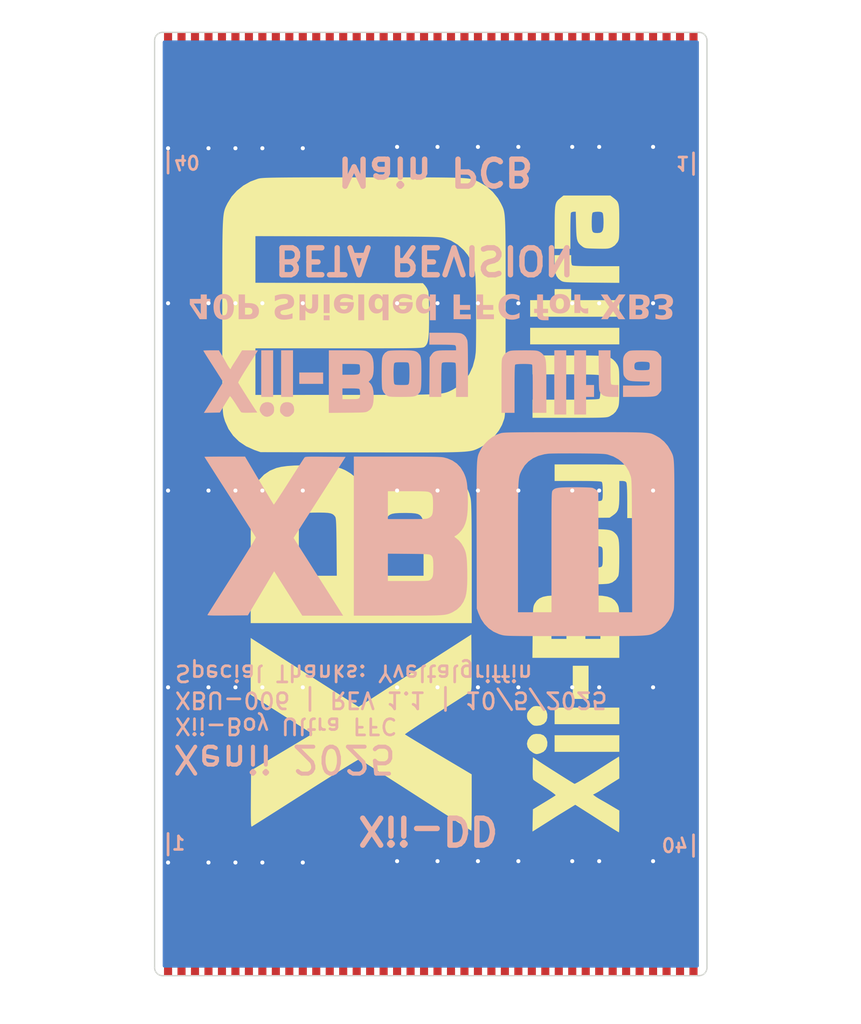
<source format=kicad_pcb>
(kicad_pcb (version 20241229) (generator "pcbnew") (generator_version "9.0")
  (layers (0 "F.Cu" signal) (2 "B.Cu" signal) (13 "F.Paste" user) (15 "B.Paste" user) (5 "F.SilkS" user "F.Silkscreen") (7 "B.SilkS" user "B.Silkscreen") (1 "F.Mask" user) (3 "B.Mask" user) (25 "Edge.Cuts" user))
  (net 0 "")
  (net 1 "Net-(J1-Pin_29)")
  (net 2 "GND")
  (net 3 "Net-(J1-Pin_22)")
  (net 4 "Net-(J1-Pin_19)")
  (net 5 "Net-(J1-Pin_10)")
  (net 6 "Net-(J1-Pin_39)")
  (net 7 "Net-(J1-Pin_7)")
  (net 8 "Net-(J1-Pin_23)")
  (net 9 "Net-(J1-Pin_2)")
  (net 10 "Net-(J1-Pin_32)")
  (net 11 "Net-(J1-Pin_28)")
  (net 12 "Net-(J1-Pin_16)")
  (net 13 "Net-(J1-Pin_40)")
  (net 14 "Net-(J1-Pin_34)")
  (net 15 "Net-(J1-Pin_20)")
  (net 16 "Net-(J1-Pin_38)")
  (net 17 "Net-(J1-Pin_3)")
  (net 18 "Net-(J1-Pin_26)")
  (net 19 "Net-(J1-Pin_30)")
  (net 20 "Net-(J1-Pin_35)")
  (net 21 "Net-(J1-Pin_12)")
  (net 22 "Net-(J1-Pin_25)")
  (net 23 "Net-(J1-Pin_9)")
  (net 24 "Net-(J1-Pin_36)")
  (net 25 "Net-(J1-Pin_13)")
  (net 26 "Net-(J1-Pin_15)")
  (net 27 "Net-(J1-Pin_14)")
  (net 28 "Net-(J1-Pin_5)")
  (net 29 "Net-(J1-Pin_17)")
  (footprint "LOGO" (layer "F.Cu") (at 149.665522 84.885825 90)
    (property "Reference" "G***" (hide yes))
    (property "Value" "LOGO" (hide yes))
  )
  (footprint "Male-FFC:XF-FFC-40p" (layer "F.Cu") (at 139.707 100.446 180)
    (property "Reference" "J1" (hide yes))
    (property "Value" "Conn_01x40_Pin")
    (pad "1" smd custom (at 0.007 -0.004 90) (size 4 0.3) (layers "F.Cu") (net 2 "GND") (options (clearance outline) (anchor rect)) (primitives (gr_poly (pts (xy 2.142 -0.123) (xy 2.272 -0.083) (xy 2.272 0.087) (xy 2.142 0.127) (xy 1.998 0.15) (xy -2.002 0.15) (xy -2.002 -0.15) (xy 1.998 -0.15)) (width 0) (fill yes))))
    (pad "2" smd custom (at -0.493 -0.004 90) (size 4 0.3) (layers "F.Cu") (net 9 "Net-(J1-Pin_2)") (options (clearance outline) (anchor rect)) (primitives (gr_poly (pts (xy 2.142 -0.123) (xy 2.272 -0.083) (xy 2.272 0.087) (xy 2.142 0.127) (xy 1.998 0.15) (xy -2.002 0.15) (xy -2.002 -0.15) (xy 1.998 -0.15)) (width 0) (fill yes))))
    (pad "3" smd custom (at -0.993 -0.004 90) (size 4 0.3) (layers "F.Cu") (net 17 "Net-(J1-Pin_3)") (options (clearance outline) (anchor rect)) (primitives (gr_poly (pts (xy 2.142 -0.123) (xy 2.272 -0.083) (xy 2.272 0.087) (xy 2.142 0.127) (xy 1.998 0.15) (xy -2.002 0.15) (xy -2.002 -0.15) (xy 1.998 -0.15)) (width 0) (fill yes))))
    (pad "4" smd custom (at -1.493 -0.004 90) (size 4 0.3) (layers "F.Cu") (net 2 "GND") (options (clearance outline) (anchor rect)) (primitives (gr_poly (pts (xy 2.142 -0.123) (xy 2.272 -0.083) (xy 2.272 0.087) (xy 2.142 0.127) (xy 1.998 0.15) (xy -2.002 0.15) (xy -2.002 -0.15) (xy 1.998 -0.15)) (width 0) (fill yes))))
    (pad "5" smd custom (at -1.993 -0.004 90) (size 4 0.3) (layers "F.Cu") (net 28 "Net-(J1-Pin_5)") (options (clearance outline) (anchor rect)) (primitives (gr_poly (pts (xy 2.142 -0.123) (xy 2.272 -0.083) (xy 2.272 0.087) (xy 2.142 0.127) (xy 1.998 0.15) (xy -2.002 0.15) (xy -2.002 -0.15) (xy 1.998 -0.15)) (width 0) (fill yes))))
    (pad "6" smd custom (at -2.493 -0.004 90) (size 4 0.3) (layers "F.Cu") (net 2 "GND") (options (clearance outline) (anchor rect)) (primitives (gr_poly (pts (xy 2.142 -0.123) (xy 2.272 -0.083) (xy 2.272 0.087) (xy 2.142 0.127) (xy 1.998 0.15) (xy -2.002 0.15) (xy -2.002 -0.15) (xy 1.998 -0.15)) (width 0) (fill yes))))
    (pad "7" smd custom (at -2.993 -0.004 90) (size 4 0.3) (layers "F.Cu") (net 7 "Net-(J1-Pin_7)") (options (clearance outline) (anchor rect)) (primitives (gr_poly (pts (xy 2.142 -0.123) (xy 2.272 -0.083) (xy 2.272 0.087) (xy 2.142 0.127) (xy 1.998 0.15) (xy -2.002 0.15) (xy -2.002 -0.15) (xy 1.998 -0.15)) (width 0) (fill yes))))
    (pad "8" smd custom (at -3.493 -0.004 90) (size 4 0.3) (layers "F.Cu") (net 2 "GND") (options (clearance outline) (anchor rect)) (primitives (gr_poly (pts (xy 2.142 -0.123) (xy 2.272 -0.083) (xy 2.272 0.087) (xy 2.142 0.127) (xy 1.998 0.15) (xy -2.002 0.15) (xy -2.002 -0.15) (xy 1.998 -0.15)) (width 0) (fill yes))))
    (pad "9" smd custom (at -3.993 -0.004 90) (size 4 0.3) (layers "F.Cu") (net 23 "Net-(J1-Pin_9)") (options (clearance outline) (anchor rect)) (primitives (gr_poly (pts (xy 2.142 -0.123) (xy 2.272 -0.083) (xy 2.272 0.087) (xy 2.142 0.127) (xy 1.998 0.15) (xy -2.002 0.15) (xy -2.002 -0.15) (xy 1.998 -0.15)) (width 0) (fill yes))))
    (pad "10" smd custom (at -4.493 -0.004 90) (size 4 0.3) (layers "F.Cu") (net 5 "Net-(J1-Pin_10)") (options (clearance outline) (anchor rect)) (primitives (gr_poly (pts (xy 2.142 -0.123) (xy 2.272 -0.083) (xy 2.272 0.087) (xy 2.142 0.127) (xy 1.998 0.15) (xy -2.002 0.15) (xy -2.002 -0.15) (xy 1.998 -0.15)) (width 0) (fill yes))))
    (pad "11" smd custom (at -4.993 -0.004 90) (size 4 0.3) (layers "F.Cu") (net 2 "GND") (options (clearance outline) (anchor rect)) (primitives (gr_poly (pts (xy 2.142 -0.123) (xy 2.272 -0.083) (xy 2.272 0.087) (xy 2.142 0.127) (xy 1.998 0.15) (xy -2.002 0.15) (xy -2.002 -0.15) (xy 1.998 -0.15)) (width 0) (fill yes))))
    (pad "12" smd custom (at -5.493 -0.004 90) (size 4 0.3) (layers "F.Cu") (net 21 "Net-(J1-Pin_12)") (options (clearance outline) (anchor rect)) (primitives (gr_poly (pts (xy 2.142 -0.123) (xy 2.272 -0.083) (xy 2.272 0.087) (xy 2.142 0.127) (xy 1.998 0.15) (xy -2.002 0.15) (xy -2.002 -0.15) (xy 1.998 -0.15)) (width 0) (fill yes))))
    (pad "13" smd custom (at -5.993 -0.004 90) (size 4 0.3) (layers "F.Cu") (net 25 "Net-(J1-Pin_13)") (options (clearance outline) (anchor rect)) (primitives (gr_poly (pts (xy 2.142 -0.123) (xy 2.272 -0.083) (xy 2.272 0.087) (xy 2.142 0.127) (xy 1.998 0.15) (xy -2.002 0.15) (xy -2.002 -0.15) (xy 1.998 -0.15)) (width 0) (fill yes))))
    (pad "14" smd custom (at -6.493 -0.004 90) (size 4 0.3) (layers "F.Cu") (net 27 "Net-(J1-Pin_14)") (options (clearance outline) (anchor rect)) (primitives (gr_poly (pts (xy 2.142 -0.123) (xy 2.272 -0.083) (xy 2.272 0.087) (xy 2.142 0.127) (xy 1.998 0.15) (xy -2.002 0.15) (xy -2.002 -0.15) (xy 1.998 -0.15)) (width 0) (fill yes))))
    (pad "15" smd custom (at -6.993 -0.004 90) (size 4 0.3) (layers "F.Cu") (net 26 "Net-(J1-Pin_15)") (options (clearance outline) (anchor rect)) (primitives (gr_poly (pts (xy 2.142 -0.123) (xy 2.272 -0.083) (xy 2.272 0.087) (xy 2.142 0.127) (xy 1.998 0.15) (xy -2.002 0.15) (xy -2.002 -0.15) (xy 1.998 -0.15)) (width 0) (fill yes))))
    (pad "16" smd custom (at -7.493 -0.004 90) (size 4 0.3) (layers "F.Cu") (net 12 "Net-(J1-Pin_16)") (options (clearance outline) (anchor rect)) (primitives (gr_poly (pts (xy 2.142 -0.123) (xy 2.272 -0.083) (xy 2.272 0.087) (xy 2.142 0.127) (xy 1.998 0.15) (xy -2.002 0.15) (xy -2.002 -0.15) (xy 1.998 -0.15)) (width 0) (fill yes))))
    (pad "17" smd custom (at -7.993 -0.004 90) (size 4 0.3) (layers "F.Cu") (net 29 "Net-(J1-Pin_17)") (options (clearance outline) (anchor rect)) (primitives (gr_poly (pts (xy 2.142 -0.123) (xy 2.272 -0.083) (xy 2.272 0.087) (xy 2.142 0.127) (xy 1.998 0.15) (xy -2.002 0.15) (xy -2.002 -0.15) (xy 1.998 -0.15)) (width 0) (fill yes))))
    (pad "18" smd custom (at -8.493 -0.004 90) (size 4 0.3) (layers "F.Cu") (net 2 "GND") (options (clearance outline) (anchor rect)) (primitives (gr_poly (pts (xy 2.142 -0.123) (xy 2.272 -0.083) (xy 2.272 0.087) (xy 2.142 0.127) (xy 1.998 0.15) (xy -2.002 0.15) (xy -2.002 -0.15) (xy 1.998 -0.15)) (width 0) (fill yes))))
    (pad "19" smd custom (at -8.993 -0.004 90) (size 4 0.3) (layers "F.Cu") (net 4 "Net-(J1-Pin_19)") (options (clearance outline) (anchor rect)) (primitives (gr_poly (pts (xy 2.142 -0.123) (xy 2.272 -0.083) (xy 2.272 0.087) (xy 2.142 0.127) (xy 1.998 0.15) (xy -2.002 0.15) (xy -2.002 -0.15) (xy 1.998 -0.15)) (width 0) (fill yes))))
    (pad "20" smd custom (at -9.493 -0.004 90) (size 4 0.3) (layers "F.Cu") (net 15 "Net-(J1-Pin_20)") (options (clearance outline) (anchor rect)) (primitives (gr_poly (pts (xy 2.142 -0.123) (xy 2.272 -0.083) (xy 2.272 0.087) (xy 2.142 0.127) (xy 1.998 0.15) (xy -2.002 0.15) (xy -2.002 -0.15) (xy 1.998 -0.15)) (width 0) (fill yes))))
    (pad "21" smd custom (at -9.993 -0.004 90) (size 4 0.3) (layers "F.Cu") (net 2 "GND") (options (clearance outline) (anchor rect)) (primitives (gr_poly (pts (xy 2.142 -0.123) (xy 2.272 -0.083) (xy 2.272 0.087) (xy 2.142 0.127) (xy 1.998 0.15) (xy -2.002 0.15) (xy -2.002 -0.15) (xy 1.998 -0.15)) (width 0) (fill yes))))
    (pad "22" smd custom (at -10.493 -0.004 90) (size 4 0.3) (layers "F.Cu") (net 3 "Net-(J1-Pin_22)") (options (clearance outline) (anchor rect)) (primitives (gr_poly (pts (xy 2.142 -0.123) (xy 2.272 -0.083) (xy 2.272 0.087) (xy 2.142 0.127) (xy 1.998 0.15) (xy -2.002 0.15) (xy -2.002 -0.15) (xy 1.998 -0.15)) (width 0) (fill yes))))
    (pad "23" smd custom (at -10.993 -0.004 90) (size 4 0.3) (layers "F.Cu") (net 8 "Net-(J1-Pin_23)") (options (clearance outline) (anchor rect)) (primitives (gr_poly (pts (xy 2.142 -0.123) (xy 2.272 -0.083) (xy 2.272 0.087) (xy 2.142 0.127) (xy 1.998 0.15) (xy -2.002 0.15) (xy -2.002 -0.15) (xy 1.998 -0.15)) (width 0) (fill yes))))
    (pad "24" smd custom (at -11.493 -0.004 90) (size 4 0.3) (layers "F.Cu") (net 2 "GND") (options (clearance outline) (anchor rect)) (primitives (gr_poly (pts (xy 2.142 -0.123) (xy 2.272 -0.083) (xy 2.272 0.087) (xy 2.142 0.127) (xy 1.998 0.15) (xy -2.002 0.15) (xy -2.002 -0.15) (xy 1.998 -0.15)) (width 0) (fill yes))))
    (pad "25" smd custom (at -11.993 -0.004 90) (size 4 0.3) (layers "F.Cu") (net 22 "Net-(J1-Pin_25)") (options (clearance outline) (anchor rect)) (primitives (gr_poly (pts (xy 2.142 -0.123) (xy 2.272 -0.083) (xy 2.272 0.087) (xy 2.142 0.127) (xy 1.998 0.15) (xy -2.002 0.15) (xy -2.002 -0.15) (xy 1.998 -0.15)) (width 0) (fill yes))))
    (pad "26" smd custom (at -12.493 -0.004 90) (size 4 0.3) (layers "F.Cu") (net 18 "Net-(J1-Pin_26)") (options (clearance outline) (anchor rect)) (primitives (gr_poly (pts (xy 2.142 -0.123) (xy 2.272 -0.083) (xy 2.272 0.087) (xy 2.142 0.127) (xy 1.998 0.15) (xy -2.002 0.15) (xy -2.002 -0.15) (xy 1.998 -0.15)) (width 0) (fill yes))))
    (pad "27" smd custom (at -12.993 -0.004 90) (size 4 0.3) (layers "F.Cu") (net 2 "GND") (options (clearance outline) (anchor rect)) (primitives (gr_poly (pts (xy 2.142 -0.123) (xy 2.272 -0.083) (xy 2.272 0.087) (xy 2.142 0.127) (xy 1.998 0.15) (xy -2.002 0.15) (xy -2.002 -0.15) (xy 1.998 -0.15)) (width 0) (fill yes))))
    (pad "28" smd custom (at -13.493 -0.004 90) (size 4 0.3) (layers "F.Cu") (net 11 "Net-(J1-Pin_28)") (options (clearance outline) (anchor rect)) (primitives (gr_poly (pts (xy 2.142 -0.123) (xy 2.272 -0.083) (xy 2.272 0.087) (xy 2.142 0.127) (xy 1.998 0.15) (xy -2.002 0.15) (xy -2.002 -0.15) (xy 1.998 -0.15)) (width 0) (fill yes))))
    (pad "29" smd custom (at -13.993 -0.004 90) (size 4 0.3) (layers "F.Cu") (net 1 "Net-(J1-Pin_29)") (options (clearance outline) (anchor rect)) (primitives (gr_poly (pts (xy 2.142 -0.123) (xy 2.272 -0.083) (xy 2.272 0.087) (xy 2.142 0.127) (xy 1.998 0.15) (xy -2.002 0.15) (xy -2.002 -0.15) (xy 1.998 -0.15)) (width 0) (fill yes))))
    (pad "30" smd custom (at -14.493 -0.004 90) (size 4 0.3) (layers "F.Cu") (net 19 "Net-(J1-Pin_30)") (options (clearance outline) (anchor rect)) (primitives (gr_poly (pts (xy 2.142 -0.123) (xy 2.272 -0.083) (xy 2.272 0.087) (xy 2.142 0.127) (xy 1.998 0.15) (xy -2.002 0.15) (xy -2.002 -0.15) (xy 1.998 -0.15)) (width 0) (fill yes))))
    (pad "31" smd custom (at -14.993 -0.004 90) (size 4 0.3) (layers "F.Cu") (net 2 "GND") (options (clearance outline) (anchor rect)) (primitives (gr_poly (pts (xy 2.142 -0.123) (xy 2.272 -0.083) (xy 2.272 0.087) (xy 2.142 0.127) (xy 1.998 0.15) (xy -2.002 0.15) (xy -2.002 -0.15) (xy 1.998 -0.15)) (width 0) (fill yes))))
    (pad "32" smd custom (at -15.493 -0.004 90) (size 4 0.3) (layers "F.Cu") (net 10 "Net-(J1-Pin_32)") (options (clearance outline) (anchor rect)) (primitives (gr_poly (pts (xy 2.142 -0.123) (xy 2.272 -0.083) (xy 2.272 0.087) (xy 2.142 0.127) (xy 1.998 0.15) (xy -2.002 0.15) (xy -2.002 -0.15) (xy 1.998 -0.15)) (width 0) (fill yes))))
    (pad "33" smd custom (at -15.993 -0.004 90) (size 4 0.3) (layers "F.Cu") (net 2 "GND") (options (clearance outline) (anchor rect)) (primitives (gr_poly (pts (xy 2.142 -0.123) (xy 2.272 -0.083) (xy 2.272 0.087) (xy 2.142 0.127) (xy 1.998 0.15) (xy -2.002 0.15) (xy -2.002 -0.15) (xy 1.998 -0.15)) (width 0) (fill yes))))
    (pad "34" smd custom (at -16.493 -0.004 90) (size 4 0.3) (layers "F.Cu") (net 14 "Net-(J1-Pin_34)") (options (clearance outline) (anchor rect)) (primitives (gr_poly (pts (xy 2.142 -0.123) (xy 2.272 -0.083) (xy 2.272 0.087) (xy 2.142 0.127) (xy 1.998 0.15) (xy -2.002 0.15) (xy -2.002 -0.15) (xy 1.998 -0.15)) (width 0) (fill yes))))
    (pad "35" smd custom (at -16.993 -0.004 90) (size 4 0.3) (layers "F.Cu") (net 20 "Net-(J1-Pin_35)") (options (clearance outline) (anchor rect)) (primitives (gr_poly (pts (xy 2.142 -0.123) (xy 2.272 -0.083) (xy 2.272 0.087) (xy 2.142 0.127) (xy 1.998 0.15) (xy -2.002 0.15) (xy -2.002 -0.15) (xy 1.998 -0.15)) (width 0) (fill yes))))
    (pad "36" smd custom (at -17.493 -0.004 90) (size 4 0.3) (layers "F.Cu") (net 24 "Net-(J1-Pin_36)") (options (clearance outline) (anchor rect)) (primitives (gr_poly (pts (xy 2.142 -0.123) (xy 2.272 -0.083) (xy 2.272 0.087) (xy 2.142 0.127) (xy 1.998 0.15) (xy -2.002 0.15) (xy -2.002 -0.15) (xy 1.998 -0.15)) (width 0) (fill yes))))
    (pad "37" smd custom (at -17.993 -0.004 90) (size 4 0.3) (layers "F.Cu") (net 2 "GND") (options (clearance outline) (anchor rect)) (primitives (gr_poly (pts (xy 2.142 -0.123) (xy 2.272 -0.083) (xy 2.272 0.087) (xy 2.142 0.127) (xy 1.998 0.15) (xy -2.002 0.15) (xy -2.002 -0.15) (xy 1.998 -0.15)) (width 0) (fill yes))))
    (pad "38" smd custom (at -18.493 -0.004 90) (size 4 0.3) (layers "F.Cu") (net 16 "Net-(J1-Pin_38)") (options (clearance outline) (anchor rect)) (primitives (gr_poly (pts (xy 2.142 -0.123) (xy 2.272 -0.083) (xy 2.272 0.087) (xy 2.142 0.127) (xy 1.998 0.15) (xy -2.002 0.15) (xy -2.002 -0.15) (xy 1.998 -0.15)) (width 0) (fill yes))))
    (pad "39" smd custom (at -18.993 -0.004 90) (size 4 0.3) (layers "F.Cu") (net 6 "Net-(J1-Pin_39)") (options (clearance outline) (anchor rect)) (primitives (gr_poly (pts (xy 2.142 -0.123) (xy 2.272 -0.083) (xy 2.272 0.087) (xy 2.142 0.127) (xy 1.998 0.15) (xy -2.002 0.15) (xy -2.002 -0.15) (xy 1.998 -0.15)) (width 0) (fill yes))))
    (pad "40" smd custom (at -19.493 -0.002 90) (size 4 0.3) (layers "F.Cu") (net 13 "Net-(J1-Pin_40)") (options (clearance outline) (anchor rect)) (primitives (gr_poly (pts (xy 2.142 -0.123) (xy 2.272 -0.083) (xy 2.272 0.087) (xy 2.142 0.127) (xy 1.998 0.15) (xy -2.002 0.15) (xy -2.002 -0.15) (xy 1.998 -0.15)) (width 0) (fill yes))))
  )
  (footprint "Male-FFC:XF-FFC-40p" (layer "F.Cu") (at 159.193 69.454)
    (property "Reference" "J2" (hide yes))
    (property "Value" "Conn_01x40_Pin")
    (pad "1" smd custom (at 0.007 -0.004 270) (size 4 0.3) (layers "F.Cu") (net 13 "Net-(J1-Pin_40)") (options (clearance outline) (anchor rect)) (primitives (gr_poly (pts (arc (start 2 0.15) (mid 2.160187 0.137087) (end 2.316243 0.09868)) (xy 2.362282 0.083333) (xy 2.362282 -0.083333) (arc (start 2.316243 -0.09868) (mid 2.160187 -0.137087) (end 2 -0.15)) (xy -1.837718 -0.15) (xy -1.837718 0.15)) (width 0) (fill yes))))
    (pad "2" smd custom (at -0.493 -0.004 270) (size 4 0.3) (layers "F.Cu") (net 6 "Net-(J1-Pin_39)") (options (clearance outline) (anchor rect)) (primitives (gr_poly (pts (arc (start 2 0.15) (mid 2.160187 0.137087) (end 2.316243 0.09868)) (xy 2.362282 0.083333) (xy 2.362282 -0.083333) (arc (start 2.316243 -0.09868) (mid 2.160187 -0.137087) (end 2 -0.15)) (xy -1.837718 -0.15) (xy -1.837718 0.15)) (width 0) (fill yes))))
    (pad "3" smd custom (at -0.993 -0.004 270) (size 4 0.3) (layers "F.Cu") (net 16 "Net-(J1-Pin_38)") (options (clearance outline) (anchor rect)) (primitives (gr_poly (pts (arc (start 2 0.15) (mid 2.160187 0.137087) (end 2.316243 0.09868)) (xy 2.362282 0.083333) (xy 2.362282 -0.083333) (arc (start 2.316243 -0.09868) (mid 2.160187 -0.137087) (end 2 -0.15)) (xy -1.837718 -0.15) (xy -1.837718 0.15)) (width 0) (fill yes))))
    (pad "4" smd custom (at -1.493 -0.004 270) (size 4 0.3) (layers "F.Cu") (net 2 "GND") (options (clearance outline) (anchor rect)) (primitives (gr_poly (pts (arc (start 2 0.15) (mid 2.160187 0.137087) (end 2.316243 0.09868)) (xy 2.362282 0.083333) (xy 2.362282 -0.083333) (arc (start 2.316243 -0.09868) (mid 2.160187 -0.137087) (end 2 -0.15)) (xy -1.837718 -0.15) (xy -1.837718 0.15)) (width 0) (fill yes))))
    (pad "5" smd custom (at -1.993 -0.004 270) (size 4 0.3) (layers "F.Cu") (net 24 "Net-(J1-Pin_36)") (options (clearance outline) (anchor rect)) (primitives (gr_poly (pts (arc (start 2 0.15) (mid 2.160187 0.137087) (end 2.316243 0.09868)) (xy 2.362282 0.083333) (xy 2.362282 -0.083333) (arc (start 2.316243 -0.09868) (mid 2.160187 -0.137087) (end 2 -0.15)) (xy -1.837718 -0.15) (xy -1.837718 0.15)) (width 0) (fill yes))))
    (pad "6" smd custom (at -2.493 -0.004 270) (size 4 0.3) (layers "F.Cu") (net 20 "Net-(J1-Pin_35)") (options (clearance outline) (anchor rect)) (primitives (gr_poly (pts (arc (start 2 0.15) (mid 2.160187 0.137087) (end 2.316243 0.09868)) (xy 2.362282 0.083333) (xy 2.362282 -0.083333) (arc (start 2.316243 -0.09868) (mid 2.160187 -0.137087) (end 2 -0.15)) (xy -1.837718 -0.15) (xy -1.837718 0.15)) (width 0) (fill yes))))
    (pad "7" smd custom (at -2.993 -0.004 270) (size 4 0.3) (layers "F.Cu") (net 14 "Net-(J1-Pin_34)") (options (clearance outline) (anchor rect)) (primitives (gr_poly (pts (arc (start 2 0.15) (mid 2.160187 0.137087) (end 2.316243 0.09868)) (xy 2.362282 0.083333) (xy 2.362282 -0.083333) (arc (start 2.316243 -0.09868) (mid 2.160187 -0.137087) (end 2 -0.15)) (xy -1.837718 -0.15) (xy -1.837718 0.15)) (width 0) (fill yes))))
    (pad "8" smd custom (at -3.493 -0.004 270) (size 4 0.3) (layers "F.Cu") (net 2 "GND") (options (clearance outline) (anchor rect)) (primitives (gr_poly (pts (arc (start 2 0.15) (mid 2.160187 0.137087) (end 2.316243 0.09868)) (xy 2.362282 0.083333) (xy 2.362282 -0.083333) (arc (start 2.316243 -0.09868) (mid 2.160187 -0.137087) (end 2 -0.15)) (xy -1.837718 -0.15) (xy -1.837718 0.15)) (width 0) (fill yes))))
    (pad "9" smd custom (at -3.993 -0.004 270) (size 4 0.3) (layers "F.Cu") (net 10 "Net-(J1-Pin_32)") (options (clearance outline) (anchor rect)) (primitives (gr_poly (pts (arc (start 2 0.15) (mid 2.160187 0.137087) (end 2.316243 0.09868)) (xy 2.362282 0.083333) (xy 2.362282 -0.083333) (arc (start 2.316243 -0.09868) (mid 2.160187 -0.137087) (end 2 -0.15)) (xy -1.837718 -0.15) (xy -1.837718 0.15)) (width 0) (fill yes))))
    (pad "10" smd custom (at -4.493 -0.004 270) (size 4 0.3) (layers "F.Cu") (net 2 "GND") (options (clearance outline) (anchor rect)) (primitives (gr_poly (pts (arc (start 2 0.15) (mid 2.160187 0.137087) (end 2.316243 0.09868)) (xy 2.362282 0.083333) (xy 2.362282 -0.083333) (arc (start 2.316243 -0.09868) (mid 2.160187 -0.137087) (end 2 -0.15)) (xy -1.837718 -0.15) (xy -1.837718 0.15)) (width 0) (fill yes))))
    (pad "11" smd custom (at -4.993 -0.004 270) (size 4 0.3) (layers "F.Cu") (net 19 "Net-(J1-Pin_30)") (options (clearance outline) (anchor rect)) (primitives (gr_poly (pts (arc (start 2 0.15) (mid 2.160187 0.137087) (end 2.316243 0.09868)) (xy 2.362282 0.083333) (xy 2.362282 -0.083333) (arc (start 2.316243 -0.09868) (mid 2.160187 -0.137087) (end 2 -0.15)) (xy -1.837718 -0.15) (xy -1.837718 0.15)) (width 0) (fill yes))))
    (pad "12" smd custom (at -5.493 -0.004 270) (size 4 0.3) (layers "F.Cu") (net 1 "Net-(J1-Pin_29)") (options (clearance outline) (anchor rect)) (primitives (gr_poly (pts (arc (start 2 0.15) (mid 2.160187 0.137087) (end 2.316243 0.09868)) (xy 2.362282 0.083333) (xy 2.362282 -0.083333) (arc (start 2.316243 -0.09868) (mid 2.160187 -0.137087) (end 2 -0.15)) (xy -1.837718 -0.15) (xy -1.837718 0.15)) (width 0) (fill yes))))
    (pad "13" smd custom (at -5.993 -0.004 270) (size 4 0.3) (layers "F.Cu") (net 11 "Net-(J1-Pin_28)") (options (clearance outline) (anchor rect)) (primitives (gr_poly (pts (arc (start 2 0.15) (mid 2.160187 0.137087) (end 2.316243 0.09868)) (xy 2.362282 0.083333) (xy 2.362282 -0.083333) (arc (start 2.316243 -0.09868) (mid 2.160187 -0.137087) (end 2 -0.15)) (xy -1.837718 -0.15) (xy -1.837718 0.15)) (width 0) (fill yes))))
    (pad "14" smd custom (at -6.493 -0.004 270) (size 4 0.3) (layers "F.Cu") (net 2 "GND") (options (clearance outline) (anchor rect)) (primitives (gr_poly (pts (arc (start 2 0.15) (mid 2.160187 0.137087) (end 2.316243 0.09868)) (xy 2.362282 0.083333) (xy 2.362282 -0.083333) (arc (start 2.316243 -0.09868) (mid 2.160187 -0.137087) (end 2 -0.15)) (xy -1.837718 -0.15) (xy -1.837718 0.15)) (width 0) (fill yes))))
    (pad "15" smd custom (at -6.993 -0.004 270) (size 4 0.3) (layers "F.Cu") (net 18 "Net-(J1-Pin_26)") (options (clearance outline) (anchor rect)) (primitives (gr_poly (pts (arc (start 2 0.15) (mid 2.160187 0.137087) (end 2.316243 0.09868)) (xy 2.362282 0.083333) (xy 2.362282 -0.083333) (arc (start 2.316243 -0.09868) (mid 2.160187 -0.137087) (end 2 -0.15)) (xy -1.837718 -0.15) (xy -1.837718 0.15)) (width 0) (fill yes))))
    (pad "16" smd custom (at -7.493 -0.004 270) (size 4 0.3) (layers "F.Cu") (net 22 "Net-(J1-Pin_25)") (options (clearance outline) (anchor rect)) (primitives (gr_poly (pts (arc (start 2 0.15) (mid 2.160187 0.137087) (end 2.316243 0.09868)) (xy 2.362282 0.083333) (xy 2.362282 -0.083333) (arc (start 2.316243 -0.09868) (mid 2.160187 -0.137087) (end 2 -0.15)) (xy -1.837718 -0.15) (xy -1.837718 0.15)) (width 0) (fill yes))))
    (pad "17" smd custom (at -7.993 -0.004 270) (size 4 0.3) (layers "F.Cu") (net 2 "GND") (options (clearance outline) (anchor rect)) (primitives (gr_poly (pts (arc (start 2 0.15) (mid 2.160187 0.137087) (end 2.316243 0.09868)) (xy 2.362282 0.083333) (xy 2.362282 -0.083333) (arc (start 2.316243 -0.09868) (mid 2.160187 -0.137087) (end 2 -0.15)) (xy -1.837718 -0.15) (xy -1.837718 0.15)) (width 0) (fill yes))))
    (pad "18" smd custom (at -8.493 -0.004 270) (size 4 0.3) (layers "F.Cu") (net 8 "Net-(J1-Pin_23)") (options (clearance outline) (anchor rect)) (primitives (gr_poly (pts (arc (start 2 0.15) (mid 2.160187 0.137087) (end 2.316243 0.09868)) (xy 2.362282 0.083333) (xy 2.362282 -0.083333) (arc (start 2.316243 -0.09868) (mid 2.160187 -0.137087) (end 2 -0.15)) (xy -1.837718 -0.15) (xy -1.837718 0.15)) (width 0) (fill yes))))
    (pad "19" smd custom (at -8.993 -0.004 270) (size 4 0.3) (layers "F.Cu") (net 3 "Net-(J1-Pin_22)") (options (clearance outline) (anchor rect)) (primitives (gr_poly (pts (arc (start 2 0.15) (mid 2.160187 0.137087) (end 2.316243 0.09868)) (xy 2.362282 0.083333) (xy 2.362282 -0.083333) (arc (start 2.316243 -0.09868) (mid 2.160187 -0.137087) (end 2 -0.15)) (xy -1.837718 -0.15) (xy -1.837718 0.15)) (width 0) (fill yes))))
    (pad "20" smd custom (at -9.493 -0.004 270) (size 4 0.3) (layers "F.Cu") (net 2 "GND") (options (clearance outline) (anchor rect)) (primitives (gr_poly (pts (arc (start 2 0.15) (mid 2.160187 0.137087) (end 2.316243 0.09868)) (xy 2.362282 0.083333) (xy 2.362282 -0.083333) (arc (start 2.316243 -0.09868) (mid 2.160187 -0.137087) (end 2 -0.15)) (xy -1.837718 -0.15) (xy -1.837718 0.15)) (width 0) (fill yes))))
    (pad "21" smd custom (at -9.993 -0.004 270) (size 4 0.3) (layers "F.Cu") (net 15 "Net-(J1-Pin_20)") (options (clearance outline) (anchor rect)) (primitives (gr_poly (pts (arc (start 2 0.15) (mid 2.160187 0.137087) (end 2.316243 0.09868)) (xy 2.362282 0.083333) (xy 2.362282 -0.083333) (arc (start 2.316243 -0.09868) (mid 2.160187 -0.137087) (end 2 -0.15)) (xy -1.837718 -0.15) (xy -1.837718 0.15)) (width 0) (fill yes))))
    (pad "22" smd custom (at -10.493 -0.004 270) (size 4 0.3) (layers "F.Cu") (net 4 "Net-(J1-Pin_19)") (options (clearance outline) (anchor rect)) (primitives (gr_poly (pts (arc (start 2 0.15) (mid 2.160187 0.137087) (end 2.316243 0.09868)) (xy 2.362282 0.083333) (xy 2.362282 -0.083333) (arc (start 2.316243 -0.09868) (mid 2.160187 -0.137087) (end 2 -0.15)) (xy -1.837718 -0.15) (xy -1.837718 0.15)) (width 0) (fill yes))))
    (pad "23" smd custom (at -10.993 -0.004 270) (size 4 0.3) (layers "F.Cu") (net 2 "GND") (options (clearance outline) (anchor rect)) (primitives (gr_poly (pts (arc (start 2 0.15) (mid 2.160187 0.137087) (end 2.316243 0.09868)) (xy 2.362282 0.083333) (xy 2.362282 -0.083333) (arc (start 2.316243 -0.09868) (mid 2.160187 -0.137087) (end 2 -0.15)) (xy -1.837718 -0.15) (xy -1.837718 0.15)) (width 0) (fill yes))))
    (pad "24" smd custom (at -11.493 -0.004 270) (size 4 0.3) (layers "F.Cu") (net 29 "Net-(J1-Pin_17)") (options (clearance outline) (anchor rect)) (primitives (gr_poly (pts (arc (start 2 0.15) (mid 2.160187 0.137087) (end 2.316243 0.09868)) (xy 2.362282 0.083333) (xy 2.362282 -0.083333) (arc (start 2.316243 -0.09868) (mid 2.160187 -0.137087) (end 2 -0.15)) (xy -1.837718 -0.15) (xy -1.837718 0.15)) (width 0) (fill yes))))
    (pad "25" smd custom (at -11.993 -0.004 270) (size 4 0.3) (layers "F.Cu") (net 12 "Net-(J1-Pin_16)") (options (clearance outline) (anchor rect)) (primitives (gr_poly (pts (arc (start 2 0.15) (mid 2.160187 0.137087) (end 2.316243 0.09868)) (xy 2.362282 0.083333) (xy 2.362282 -0.083333) (arc (start 2.316243 -0.09868) (mid 2.160187 -0.137087) (end 2 -0.15)) (xy -1.837718 -0.15) (xy -1.837718 0.15)) (width 0) (fill yes))))
    (pad "26" smd custom (at -12.493 -0.004 270) (size 4 0.3) (layers "F.Cu") (net 26 "Net-(J1-Pin_15)") (options (clearance outline) (anchor rect)) (primitives (gr_poly (pts (arc (start 2 0.15) (mid 2.160187 0.137087) (end 2.316243 0.09868)) (xy 2.362282 0.083333) (xy 2.362282 -0.083333) (arc (start 2.316243 -0.09868) (mid 2.160187 -0.137087) (end 2 -0.15)) (xy -1.837718 -0.15) (xy -1.837718 0.15)) (width 0) (fill yes))))
    (pad "27" smd custom (at -12.993 -0.004 270) (size 4 0.3) (layers "F.Cu") (net 27 "Net-(J1-Pin_14)") (options (clearance outline) (anchor rect)) (primitives (gr_poly (pts (arc (start 2 0.15) (mid 2.160187 0.137087) (end 2.316243 0.09868)) (xy 2.362282 0.083333) (xy 2.362282 -0.083333) (arc (start 2.316243 -0.09868) (mid 2.160187 -0.137087) (end 2 -0.15)) (xy -1.837718 -0.15) (xy -1.837718 0.15)) (width 0) (fill yes))))
    (pad "28" smd custom (at -13.493 -0.004 270) (size 4 0.3) (layers "F.Cu") (net 25 "Net-(J1-Pin_13)") (options (clearance outline) (anchor rect)) (primitives (gr_poly (pts (arc (start 2 0.15) (mid 2.160187 0.137087) (end 2.316243 0.09868)) (xy 2.362282 0.083333) (xy 2.362282 -0.083333) (arc (start 2.316243 -0.09868) (mid 2.160187 -0.137087) (end 2 -0.15)) (xy -1.837718 -0.15) (xy -1.837718 0.15)) (width 0) (fill yes))))
    (pad "29" smd custom (at -13.993 -0.004 270) (size 4 0.3) (layers "F.Cu") (net 21 "Net-(J1-Pin_12)") (options (clearance outline) (anchor rect)) (primitives (gr_poly (pts (arc (start 2 0.15) (mid 2.160187 0.137087) (end 2.316243 0.09868)) (xy 2.362282 0.083333) (xy 2.362282 -0.083333) (arc (start 2.316243 -0.09868) (mid 2.160187 -0.137087) (end 2 -0.15)) (xy -1.837718 -0.15) (xy -1.837718 0.15)) (width 0) (fill yes))))
    (pad "30" smd custom (at -14.493 -0.004 270) (size 4 0.3) (layers "F.Cu") (net 2 "GND") (options (clearance outline) (anchor rect)) (primitives (gr_poly (pts (arc (start 2 0.15) (mid 2.160187 0.137087) (end 2.316243 0.09868)) (xy 2.362282 0.083333) (xy 2.362282 -0.083333) (arc (start 2.316243 -0.09868) (mid 2.160187 -0.137087) (end 2 -0.15)) (xy -1.837718 -0.15) (xy -1.837718 0.15)) (width 0) (fill yes))))
    (pad "31" smd custom (at -14.993 -0.004 270) (size 4 0.3) (layers "F.Cu") (net 5 "Net-(J1-Pin_10)") (options (clearance outline) (anchor rect)) (primitives (gr_poly (pts (arc (start 2 0.15) (mid 2.160187 0.137087) (end 2.316243 0.09868)) (xy 2.362282 0.083333) (xy 2.362282 -0.083333) (arc (start 2.316243 -0.09868) (mid 2.160187 -0.137087) (end 2 -0.15)) (xy -1.837718 -0.15) (xy -1.837718 0.15)) (width 0) (fill yes))))
    (pad "32" smd custom (at -15.493 -0.004 270) (size 4 0.3) (layers "F.Cu") (net 23 "Net-(J1-Pin_9)") (options (clearance outline) (anchor rect)) (primitives (gr_poly (pts (arc (start 2 0.15) (mid 2.160187 0.137087) (end 2.316243 0.09868)) (xy 2.362282 0.083333) (xy 2.362282 -0.083333) (arc (start 2.316243 -0.09868) (mid 2.160187 -0.137087) (end 2 -0.15)) (xy -1.837718 -0.15) (xy -1.837718 0.15)) (width 0) (fill yes))))
    (pad "33" smd custom (at -15.993 -0.004 270) (size 4 0.3) (layers "F.Cu") (net 2 "GND") (options (clearance outline) (anchor rect)) (primitives (gr_poly (pts (arc (start 2 0.15) (mid 2.160187 0.137087) (end 2.316243 0.09868)) (xy 2.362282 0.083333) (xy 2.362282 -0.083333) (arc (start 2.316243 -0.09868) (mid 2.160187 -0.137087) (end 2 -0.15)) (xy -1.837718 -0.15) (xy -1.837718 0.15)) (width 0) (fill yes))))
    (pad "34" smd custom (at -16.493 -0.004 270) (size 4 0.3) (layers "F.Cu") (net 7 "Net-(J1-Pin_7)") (options (clearance outline) (anchor rect)) (primitives (gr_poly (pts (arc (start 2 0.15) (mid 2.160187 0.137087) (end 2.316243 0.09868)) (xy 2.362282 0.083333) (xy 2.362282 -0.083333) (arc (start 2.316243 -0.09868) (mid 2.160187 -0.137087) (end 2 -0.15)) (xy -1.837718 -0.15) (xy -1.837718 0.15)) (width 0) (fill yes))))
    (pad "35" smd custom (at -16.993 -0.004 270) (size 4 0.3) (layers "F.Cu") (net 2 "GND") (options (clearance outline) (anchor rect)) (primitives (gr_poly (pts (arc (start 2 0.15) (mid 2.160187 0.137087) (end 2.316243 0.09868)) (xy 2.362282 0.083333) (xy 2.362282 -0.083333) (arc (start 2.316243 -0.09868) (mid 2.160187 -0.137087) (end 2 -0.15)) (xy -1.837718 -0.15) (xy -1.837718 0.15)) (width 0) (fill yes))))
    (pad "36" smd custom (at -17.493 -0.004 270) (size 4 0.3) (layers "F.Cu") (net 28 "Net-(J1-Pin_5)") (options (clearance outline) (anchor rect)) (primitives (gr_poly (pts (arc (start 2 0.15) (mid 2.160187 0.137087) (end 2.316243 0.09868)) (xy 2.362282 0.083333) (xy 2.362282 -0.083333) (arc (start 2.316243 -0.09868) (mid 2.160187 -0.137087) (end 2 -0.15)) (xy -1.837718 -0.15) (xy -1.837718 0.15)) (width 0) (fill yes))))
    (pad "37" smd custom (at -17.993 -0.004 270) (size 4 0.3) (layers "F.Cu") (net 2 "GND") (options (clearance outline) (anchor rect)) (primitives (gr_poly (pts (arc (start 2 0.15) (mid 2.160187 0.137087) (end 2.316243 0.09868)) (xy 2.362282 0.083333) (xy 2.362282 -0.083333) (arc (start 2.316243 -0.09868) (mid 2.160187 -0.137087) (end 2 -0.15)) (xy -1.837718 -0.15) (xy -1.837718 0.15)) (width 0) (fill yes))))
    (pad "38" smd custom (at -18.493 -0.004 270) (size 4 0.3) (layers "F.Cu") (net 17 "Net-(J1-Pin_3)") (options (clearance outline) (anchor rect)) (primitives (gr_poly (pts (arc (start 2 0.15) (mid 2.160187 0.137087) (end 2.316243 0.09868)) (xy 2.362282 0.083333) (xy 2.362282 -0.083333) (arc (start 2.316243 -0.09868) (mid 2.160187 -0.137087) (end 2 -0.15)) (xy -1.837718 -0.15) (xy -1.837718 0.15)) (width 0) (fill yes))))
    (pad "39" smd custom (at -18.993 -0.004 270) (size 4 0.3) (layers "F.Cu") (net 9 "Net-(J1-Pin_2)") (options (clearance outline) (anchor rect)) (primitives (gr_poly (pts (arc (start 2 0.15) (mid 2.160187 0.137087) (end 2.316243 0.09868)) (xy 2.362282 0.083333) (xy 2.362282 -0.083333) (arc (start 2.316243 -0.09868) (mid 2.160187 -0.137087) (end 2 -0.15)) (xy -1.837718 -0.15) (xy -1.837718 0.15)) (width 0) (fill yes))))
    (pad "40" smd custom (at -19.493 -0.004 270) (size 4 0.3) (layers "F.Cu") (net 2 "GND") (options (clearance outline) (anchor rect)) (primitives (gr_poly (pts (arc (start 2 0.15) (mid 2.160187 0.137087) (end 2.316243 0.09868)) (xy 2.362282 0.083333) (xy 2.362282 -0.083333) (arc (start 2.316243 -0.09868) (mid 2.160187 -0.137087) (end 2 -0.15)) (xy -1.837718 -0.15) (xy -1.837718 0.15)) (width 0) (fill yes))))
  )
  (footprint "LOGO" (layer "B.Cu") (at 149.818482 84.12731)
    (property "Reference" "G***" (hide yes))
    (property "Value" "LOGO" (hide yes))
  )
  (gr_line (start 139.7 71.872) (end 139.7 72.672) (stroke (width 0.1)) (layer "B.SilkS"))
  (gr_line (start 159.2 71.922) (end 159.2 72.722) (stroke (width 0.1)) (layer "B.SilkS"))
  (gr_line (start 159.2 98.022) (end 159.2 97.222) (stroke (width 0.1)) (layer "B.SilkS"))
  (gr_line (start 139.7 97.972) (end 139.7 97.172) (stroke (width 0.1)) (layer "B.SilkS"))
  (gr_arc (start 139.5 102.45) (mid 139.287868 102.362132) (end 139.2 102.15) (stroke (width 0.05)) (layer "Edge.Cuts"))
  (gr_line (start 159.4 102.45) (end 139.5 102.45) (stroke (width 0.05)) (layer "Edge.Cuts"))
  (gr_line (start 139.2 102.15) (end 139.2 67.75) (stroke (width 0.05)) (layer "Edge.Cuts"))
  (gr_line (start 159.7 67.75) (end 159.7 102.15) (stroke (width 0.05)) (layer "Edge.Cuts"))
  (gr_line (start 139.5 67.45) (end 159.4 67.45) (stroke (width 0.05)) (layer "Edge.Cuts"))
  (gr_arc (start 159.4 67.45) (mid 159.612132 67.537868) (end 159.7 67.75) (stroke (width 0.05)) (layer "Edge.Cuts"))
  (gr_arc (start 159.7 102.15) (mid 159.612132 102.362132) (end 159.4 102.45) (stroke (width 0.05)) (layer "Edge.Cuts"))
  (gr_arc (start 139.2 67.75) (mid 139.287868 67.537868) (end 139.5 67.45) (stroke (width 0.05)) (layer "Edge.Cuts"))
  (gr_text "BETA REVISION" (at 143.56 75.31 180) (layer "B.SilkS") (effects (font (size 1 1) (thickness 0.2) (bold yes)) (justify left bottom mirror)))
  (gr_text "40" (at 159.05 97.922 0) (layer "B.SilkS") (effects (font (size 0.5 0.5) (thickness 0.1)) (justify left bottom mirror)))
  (gr_text "40" (at 139.85 71.972 180) (layer "B.SilkS") (effects (font (size 0.5 0.5) (thickness 0.1)) (justify left bottom mirror)))
  (gr_text "1" (at 158.5 72.01 180) (layer "B.SilkS") (effects (font (size 0.5 0.5) (thickness 0.1)) (justify left bottom mirror)))
  (gr_text "Xii-Boy Ultra FFC\nXBU-006 | REV 1.1 | 10/5/2025" (at 139.9 91.872 180) (layer "B.SilkS") (effects (font (size 0.6 0.6) (thickness 0.1) (bold yes)) (justify left bottom mirror)))
  (gr_text "Main PCB" (at 145.9 72.022 180) (layer "B.SilkS") (effects (font (size 1 1) (thickness 0.2) (bold yes)) (justify left bottom mirror)))
  (gr_text "1" (at 140.39 97.83 0) (layer "B.SilkS") (effects (font (size 0.5 0.5) (thickness 0.1)) (justify left bottom mirror)))
  (gr_text "40P Shielded FFC for XB3" (at 140.45 77.022 180) (layer "B.SilkS") (effects (font (size 0.9 0.9) (thickness 0.2) (bold yes)) (justify left bottom mirror)))
  (gr_text "Special Thanks: Yveltalgriffin" (at 139.9 90.872 180) (layer "B.SilkS") (effects (font (size 0.6 0.6) (thickness 0.1) (bold yes)) (justify left bottom mirror)))
  (gr_text "Xenii 2025" (at 139.8 93.822 180) (layer "B.SilkS") (effects (font (size 1 1)) (justify left bottom mirror)))
  (gr_text "Xii-DD" (at 146.65 96.472 180) (layer "B.SilkS") (effects (font (size 1 1) (thickness 0.2) (bold yes)) (justify left bottom mirror)))
  (segment (start 153.7 69.45) (end 153.7 100.45) (width 0.2) (layer "F.Cu") (net 1))
  (segment (start 157.7 71.7) (end 157.7 69.45) (width 0.3) (layer "F.Cu") (net 2))
  (segment (start 141.2 100.45) (end 141.2 98.25) (width 0.3) (layer "F.Cu") (net 2))
  (segment (start 151.2 100.45) (end 151.2 98.2) (width 0.3) (layer "F.Cu") (net 2))
  (segment (start 148.2 98.2) (end 148.2 97.65) (width 0.3) (layer "F.Cu") (net 2))
  (segment (start 152.7 69.45) (end 152.7 71.7) (width 0.3) (layer "F.Cu") (net 2))
  (segment (start 143.2 98.25) (end 143.2 71.75) (width 0.3) (layer "F.Cu") (net 2))
  (segment (start 149.7 69.45) (end 149.7 71.7) (width 0.3) (layer "F.Cu") (net 2))
  (segment (start 152.7 71.7) (end 152.7 97.65) (width 0.3) (layer "F.Cu") (net 2))
  (segment (start 141.2 97.65) (end 141.2 71.75) (width 0.3) (layer "F.Cu") (net 2))
  (segment (start 143.2 100.45) (end 143.2 98.25) (width 0.3) (layer "F.Cu") (net 2))
  (segment (start 142.2 100.45) (end 142.2 98.25) (width 0.3) (layer "F.Cu") (net 2))
  (segment (start 142.2 98.25) (end 142.2 97.65) (width 0.3) (layer "F.Cu") (net 2))
  (segment (start 139.7 71.75) (end 139.7 97.65) (width 0.3) (layer "F.Cu") (net 2))
  (segment (start 139.7 98.25) (end 139.7 100.45) (width 0.3) (layer "F.Cu") (net 2))
  (segment (start 151.2 97.65) (end 151.2 71.7) (width 0.3) (layer "F.Cu") (net 2))
  (segment (start 148.2 97.65) (end 148.2 71.7) (width 0.3) (layer "F.Cu") (net 2))
  (segment (start 154.7 71.6) (end 154.7 71.7) (width 0.3) (layer "F.Cu") (net 2))
  (segment (start 148.2 100.45) (end 148.2 98.2) (width 0.3) (layer "F.Cu") (net 2))
  (segment (start 149.7 71.7) (end 149.7 97.65) (width 0.3) (layer "F.Cu") (net 2))
  (segment (start 142.2 71.75) (end 142.2 69.45) (width 0.3) (layer "F.Cu") (net 2))
  (segment (start 148.2 71.7) (end 148.2 69.45) (width 0.3) (layer "F.Cu") (net 2))
  (segment (start 139.7 69.45) (end 139.7 71.75) (width 0.3) (layer "F.Cu") (net 2))
  (segment (start 149.7 98.2) (end 149.7 100.45) (width 0.3) (layer "F.Cu") (net 2))
  (segment (start 155.7 98.2) (end 155.7 97.65) (width 0.3) (layer "F.Cu") (net 2))
  (segment (start 151.2 98.2) (end 151.2 97.65) (width 0.3) (layer "F.Cu") (net 2))
  (segment (start 142.2 97.65) (end 142.2 71.75) (width 0.3) (layer "F.Cu") (net 2))
  (segment (start 139.7 97.65) (end 139.7 98.25) (width 0.3) (layer "F.Cu") (net 2))
  (segment (start 144.7 71.75) (end 144.7 97.65) (width 0.3) (layer "F.Cu") (net 2))
  (segment (start 144.7 69.45) (end 144.7 71.75) (width 0.3) (layer "F.Cu") (net 2))
  (segment (start 152.7 98.2) (end 152.7 100.45) (width 0.3) (layer "F.Cu") (net 2))
  (segment (start 157.7 98.2) (end 157.7 97.65) (width 0.3) (layer "F.Cu") (net 2))
  (segment (start 157.7 100.45) (end 157.7 98.2) (width 0.3) (layer "F.Cu") (net 2))
  (segment (start 143.2 71.75) (end 143.2 69.45) (width 0.3) (layer "F.Cu") (net 2))
  (segment (start 144.7 97.65) (end 144.7 98.25) (width 0.3) (layer "F.Cu") (net 2))
  (segment (start 155.7 97.65) (end 155.7 71.7) (width 0.3) (layer "F.Cu") (net 2))
  (segment (start 157.7 97.65) (end 157.7 71.7) (width 0.3) (layer "F.Cu") (net 2))
  (segment (start 152.7 97.65) (end 152.7 98.2) (width 0.3) (layer "F.Cu") (net 2))
  (segment (start 155.7 71.7) (end 155.7 69.45) (width 0.3) (layer "F.Cu") (net 2))
  (segment (start 141.2 71.75) (end 141.2 69.45) (width 0.3) (layer "F.Cu") (net 2))
  (segment (start 144.7 98.25) (end 144.7 100.45) (width 0.3) (layer "F.Cu") (net 2))
  (segment (start 154.7 98.2) (end 154.7 100.45) (width 0.3) (layer "F.Cu") (net 2))
  (segment (start 155.7 100.45) (end 155.7 98.2) (width 0.3) (layer "F.Cu") (net 2))
  (segment (start 141.2 98.25) (end 141.2 97.65) (width 0.3) (layer "F.Cu") (net 2))
  (segment (start 154.7 69.45) (end 154.7 71.6) (width 0.3) (layer "F.Cu") (net 2))
  (segment (start 149.7 97.65) (end 149.7 98.2) (width 0.3) (layer "F.Cu") (net 2))
  (segment (start 151.2 71.7) (end 151.2 69.45) (width 0.3) (layer "F.Cu") (net 2))
  (segment (start 154.7 71.7) (end 154.7 98.2) (width 0.3) (layer "F.Cu") (net 2))
  (via (at 157.7 98.2) (size 0.35) (drill 0.15) (layers "F.Cu" "B.Cu") (net 2))
  (via (at 149.7 98.2) (size 0.35) (drill 0.15) (layers "F.Cu" "B.Cu") (net 2))
  (via (at 139.7 84.45) (size 0.35) (drill 0.15) (layers "F.Cu" "B.Cu") (net 2))
  (via (at 155.7 71.7) (size 0.35) (drill 0.15) (layers "F.Cu" "B.Cu") (net 2))
  (via (at 157.7 71.7) (size 0.35) (drill 0.15) (layers "F.Cu" "B.Cu") (net 2))
  (via (at 142.2 84.45) (size 0.35) (drill 0.15) (layers "F.Cu" "B.Cu") (net 2))
  (via (at 155.7 91.75) (size 0.35) (drill 0.15) (layers "F.Cu" "B.Cu") (net 2))
  (via (at 148.2 91.75) (size 0.35) (drill 0.15) (layers "F.Cu" "B.Cu") (net 2))
  (via (at 149.7 71.7) (size 0.35) (drill 0.15) (layers "F.Cu" "B.Cu") (net 2))
  (via (at 148.2 84.45) (size 0.35) (drill 0.15) (layers "F.Cu" "B.Cu") (net 2))
  (via (at 141.2 84.45) (size 0.35) (drill 0.15) (layers "F.Cu" "B.Cu") (net 2))
  (via (at 139.7 77.5) (size 0.35) (drill 0.15) (layers "F.Cu" "B.Cu") (net 2))
  (via (at 155.7 98.2) (size 0.35) (drill 0.15) (layers "F.Cu" "B.Cu") (net 2))
  (via (at 151.2 77.5) (size 0.35) (drill 0.15) (layers "F.Cu" "B.Cu") (net 2))
  (via (at 141.2 77.5) (size 0.35) (drill 0.15) (layers "F.Cu" "B.Cu") (net 2))
  (via (at 148.2 77.5) (size 0.35) (drill 0.15) (layers "F.Cu" "B.Cu") (net 2))
  (via (at 151.2 91.75) (size 0.35) (drill 0.15) (layers "F.Cu" "B.Cu") (net 2))
  (via (at 155.7 84.45) (size 0.35) (drill 0.15) (layers "F.Cu" "B.Cu") (net 2))
  (via (at 141.2 91.75) (size 0.35) (drill 0.15) (layers "F.Cu" "B.Cu") (net 2))
  (via (at 154.7 84.45) (size 0.35) (drill 0.15) (layers "F.Cu" "B.Cu") (net 2))
  (via (at 142.2 77.5) (size 0.35) (drill 0.15) (layers "F.Cu" "B.Cu") (net 2))
  (via (at 152.7 98.2) (size 0.35) (drill 0.15) (layers "F.Cu" "B.Cu") (net 2))
  (via (at 157.7 91.75) (size 0.35) (drill 0.15) (layers "F.Cu" "B.Cu") (net 2))
  (via (at 157.7 77.5) (size 0.35) (drill 0.15) (layers "F.Cu" "B.Cu") (net 2))
  (via (at 141.2 71.75) (size 0.35) (drill 0.15) (layers "F.Cu" "B.Cu") (net 2))
  (via (at 144.7 77.5) (size 0.35) (drill 0.15) (layers "F.Cu" "B.Cu") (net 2))
  (via (at 144.7 84.45) (size 0.35) (drill 0.15) (layers "F.Cu" "B.Cu") (net 2))
  (via (at 148.2 98.2) (size 0.35) (drill 0.15) (layers "F.Cu" "B.Cu") (net 2))
  (via (at 151.2 84.45) (size 0.35) (drill 0.15) (layers "F.Cu" "B.Cu") (net 2))
  (via (at 142.2 71.75) (size 0.35) (drill 0.15) (layers "F.Cu" "B.Cu") (net 2))
  (via (at 152.7 91.75) (size 0.35) (drill 0.15) (layers "F.Cu" "B.Cu") (net 2))
  (via (at 143.2 91.75) (size 0.35) (drill 0.15) (layers "F.Cu" "B.Cu") (net 2))
  (via (at 149.7 84.45) (size 0.35) (drill 0.15) (layers "F.Cu" "B.Cu") (net 2))
  (via (at 157.7 84.45) (size 0.35) (drill 0.15) (layers "F.Cu" "B.Cu") (net 2))
  (via (at 143.2 77.5) (size 0.35) (drill 0.15) (layers "F.Cu" "B.Cu") (net 2))
  (via (at 141.2 98.25) (size 0.35) (drill 0.15) (layers "F.Cu" "B.Cu") (net 2))
  (via (at 155.7 77.5) (size 0.35) (drill 0.15) (layers "F.Cu" "B.Cu") (net 2))
  (via (at 148.2 71.7) (size 0.35) (drill 0.15) (layers "F.Cu" "B.Cu") (net 2))
  (via (at 144.7 91.75) (size 0.35) (drill 0.15) (layers "F.Cu" "B.Cu") (net 2))
  (via (at 152.7 84.45) (size 0.35) (drill 0.15) (layers "F.Cu" "B.Cu") (net 2))
  (via (at 144.7 98.25) (size 0.35) (drill 0.15) (layers "F.Cu" "B.Cu") (net 2))
  (via (at 151.2 98.2) (size 0.35) (drill 0.15) (layers "F.Cu" "B.Cu") (net 2))
  (via (at 152.7 77.5) (size 0.35) (drill 0.15) (layers "F.Cu" "B.Cu") (net 2))
  (via (at 143.2 98.25) (size 0.35) (drill 0.15) (layers "F.Cu" "B.Cu") (net 2))
  (via (at 152.7 71.7) (size 0.35) (drill 0.15) (layers "F.Cu" "B.Cu") (net 2))
  (via (at 139.7 98.25) (size 0.35) (drill 0.15) (layers "F.Cu" "B.Cu") (net 2))
  (via (at 154.7 91.75) (size 0.35) (drill 0.15) (layers "F.Cu" "B.Cu") (net 2))
  (via (at 154.7 98.2) (size 0.35) (drill 0.15) (layers "F.Cu" "B.Cu") (net 2))
  (via (at 142.2 98.25) (size 0.35) (drill 0.15) (layers "F.Cu" "B.Cu") (net 2))
  (via (at 139.7 91.75) (size 0.35) (drill 0.15) (layers "F.Cu" "B.Cu") (net 2))
  (via (at 154.7 77.5) (size 0.35) (drill 0.15) (layers "F.Cu" "B.Cu") (net 2))
  (via (at 149.7 91.75) (size 0.35) (drill 0.15) (layers "F.Cu" "B.Cu") (net 2))
  (via (at 142.2 91.75) (size 0.35) (drill 0.15) (layers "F.Cu" "B.Cu") (net 2))
  (via (at 143.2 84.45) (size 0.35) (drill 0.15) (layers "F.Cu" "B.Cu") (net 2))
  (via (at 143.2 71.75) (size 0.35) (drill 0.15) (layers "F.Cu" "B.Cu") (net 2))
  (via (at 149.7 77.5) (size 0.35) (drill 0.15) (layers "F.Cu" "B.Cu") (net 2))
  (via (at 154.7 71.7) (size 0.35) (drill 0.15) (layers "F.Cu" "B.Cu") (net 2))
  (via (at 151.2 71.7) (size 0.35) (drill 0.15) (layers "F.Cu" "B.Cu") (net 2))
  (via (at 139.7 71.75) (size 0.35) (drill 0.15) (layers "F.Cu" "B.Cu") (net 2))
  (via (at 144.7 71.75) (size 0.35) (drill 0.15) (layers "F.Cu" "B.Cu") (net 2))
  (segment (start 150.2 100.45) (end 150.2 69.45) (width 0.2) (layer "F.Cu") (net 3))
  (segment (start 148.7 69.45) (end 148.7 100.45) (width 0.1524) (layer "F.Cu") (net 4))
  (segment (start 144.2 100.45) (end 144.2 69.45) (width 0.1524) (layer "F.Cu") (net 5))
  (segment (start 158.7 100.45) (end 158.7 69.45) (width 0.3) (layer "F.Cu") (net 6))
  (segment (start 142.7 69.45) (end 142.7 100.45) (width 0.1524) (layer "F.Cu") (net 7))
  (segment (start 150.7 69.45) (end 150.7 100.45) (width 0.2) (layer "F.Cu") (net 8))
  (segment (start 140.2 100.45) (end 140.2 69.45) (width 0.1524) (layer "F.Cu") (net 9))
  (segment (start 155.2 100.45) (end 155.2 69.45) (width 0.1524) (layer "F.Cu") (net 10))
  (segment (start 153.2 100.45) (end 153.2 69.45) (width 0.2) (layer "F.Cu") (net 11))
  (segment (start 147.2 100.45) (end 147.2 69.45) (width 0.1524) (layer "F.Cu") (net 12))
  (segment (start 159.2 69.45) (end 159.2 100.45) (width 0.3) (layer "F.Cu") (net 13))
  (segment (start 156.2 69.45) (end 156.2 100.45) (width 0.2) (layer "F.Cu") (net 14))
  (segment (start 149.2 100.45) (end 149.2 69.45) (width 0.1524) (layer "F.Cu") (net 15))
  (segment (start 158.2 69.45) (end 158.2 100.45) (width 0.3) (layer "F.Cu") (net 16))
  (segment (start 140.7 69.45) (end 140.7 100.45) (width 0.1524) (layer "F.Cu") (net 17))
  (segment (start 152.2 100.45) (end 152.2 69.45) (width 0.2) (layer "F.Cu") (net 18))
  (segment (start 154.2 100.45) (end 154.2 69.45) (width 0.2) (layer "F.Cu") (net 19))
  (segment (start 156.7 100.45) (end 156.7 69.45) (width 0.2) (layer "F.Cu") (net 20))
  (segment (start 145.2 100.45) (end 145.2 69.45) (width 0.1524) (layer "F.Cu") (net 21))
  (segment (start 151.7 69.45) (end 151.7 100.45) (width 0.2) (layer "F.Cu") (net 22))
  (segment (start 143.7 69.45) (end 143.7 100.45) (width 0.1524) (layer "F.Cu") (net 23))
  (segment (start 157.2 69.45) (end 157.2 100.45) (width 0.2) (layer "F.Cu") (net 24))
  (segment (start 145.7 69.45) (end 145.7 100.45) (width 0.1524) (layer "F.Cu") (net 25))
  (segment (start 146.7 69.45) (end 146.7 100.45) (width 0.1524) (layer "F.Cu") (net 26))
  (segment (start 146.2 100.45) (end 146.2 69.45) (width 0.1524) (layer "F.Cu") (net 27))
  (segment (start 141.7 69.45) (end 141.7 100.45) (width 0.1524) (layer "F.Cu") (net 28))
  (segment (start 147.7 69.45) (end 147.7 100.45) (width 0.1524) (layer "F.Cu") (net 29))
  (zone (net 2) (net_name "GND") (layer "B.Cu") (connect_pads yes (clearance 0.127)) (min_thickness 0.127) (fill yes (thermal_gap 0.5) (thermal_bridge_width 0.5))
    (polygon (pts (xy 137.6 66.25) (xy 161.6 66.25) (xy 161.6 104.25) (xy 137.6 104.25)))
  )
)
</source>
